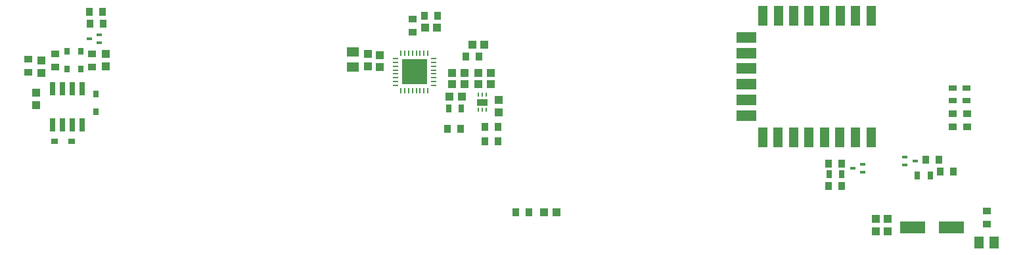
<source format=gtp>
G04 Layer_Color=8421504*
%FSLAX24Y24*%
%MOIN*%
G70*
G01*
G75*
%ADD10R,0.0098X0.0236*%
%ADD11R,0.0354X0.0394*%
%ADD12R,0.0394X0.0354*%
%ADD13R,0.0394X0.0394*%
%ADD14R,0.0394X0.0394*%
%ADD15R,0.0450X0.1000*%
%ADD16R,0.1000X0.0550*%
%ADD17R,0.1299X0.1299*%
%ADD18O,0.0276X0.0098*%
%ADD19O,0.0098X0.0276*%
%ADD20R,0.0472X0.0630*%
%ADD21R,0.0630X0.0472*%
%ADD22R,0.0394X0.0315*%
%ADD23R,0.0315X0.0394*%
%ADD24R,0.0335X0.0315*%
%ADD25R,0.0315X0.0335*%
%ADD26R,0.0276X0.0157*%
%ADD27R,0.0283X0.0701*%
%ADD28R,0.1260X0.0630*%
%ADD37R,0.0571X0.0354*%
D10*
X23425Y8091D02*
D03*
X23622D02*
D03*
X23819D02*
D03*
Y7343D02*
D03*
X23622D02*
D03*
X23425D02*
D03*
D11*
X21870Y6378D02*
D03*
X22539D02*
D03*
X4370Y12303D02*
D03*
X3701D02*
D03*
X3720Y11693D02*
D03*
X4390D02*
D03*
X46122Y4803D02*
D03*
X46791D02*
D03*
X25335Y2126D02*
D03*
X26004D02*
D03*
X41870Y3465D02*
D03*
X41201D02*
D03*
X41870Y4606D02*
D03*
X41201D02*
D03*
X21358Y12087D02*
D03*
X20689D02*
D03*
X23465Y10039D02*
D03*
X22795D02*
D03*
X47539Y4213D02*
D03*
X46870D02*
D03*
X24429Y6457D02*
D03*
X23760D02*
D03*
Y5748D02*
D03*
X24429D02*
D03*
D12*
X49213Y2205D02*
D03*
Y1535D02*
D03*
X3839Y9508D02*
D03*
Y10177D02*
D03*
X48228Y7146D02*
D03*
Y6476D02*
D03*
X47480Y7146D02*
D03*
Y6476D02*
D03*
X20079Y11280D02*
D03*
Y11949D02*
D03*
X1969Y10177D02*
D03*
Y9508D02*
D03*
X591Y9232D02*
D03*
Y9902D02*
D03*
D13*
X21339Y11496D02*
D03*
X20709D02*
D03*
X23425Y8622D02*
D03*
X24055D02*
D03*
X23425Y9213D02*
D03*
X24055D02*
D03*
X27402Y2126D02*
D03*
X26772D02*
D03*
X23110Y10630D02*
D03*
X23740D02*
D03*
X21969Y7992D02*
D03*
X22598D02*
D03*
X22087Y9213D02*
D03*
X22717D02*
D03*
X22087Y8622D02*
D03*
X22717D02*
D03*
D14*
X17835Y9528D02*
D03*
Y10157D02*
D03*
X1260Y9213D02*
D03*
Y9843D02*
D03*
X4528Y9528D02*
D03*
Y10157D02*
D03*
X24449Y7205D02*
D03*
Y7835D02*
D03*
X43602Y1161D02*
D03*
Y1791D02*
D03*
X984Y7559D02*
D03*
Y8189D02*
D03*
X44193Y1161D02*
D03*
Y1791D02*
D03*
X18425Y10118D02*
D03*
Y9488D02*
D03*
D15*
X40202Y12085D02*
D03*
X41002D02*
D03*
X41782D02*
D03*
X42572D02*
D03*
X43352D02*
D03*
X39422D02*
D03*
X38642D02*
D03*
X37852D02*
D03*
X37842Y5935D02*
D03*
X38632D02*
D03*
X39412D02*
D03*
X40202Y5945D02*
D03*
X40992D02*
D03*
X41772D02*
D03*
X42572D02*
D03*
X43352D02*
D03*
D16*
X37032Y10985D02*
D03*
Y10205D02*
D03*
Y9425D02*
D03*
Y8625D02*
D03*
Y7845D02*
D03*
Y7045D02*
D03*
D17*
X20177Y9252D02*
D03*
D18*
X19213Y9941D02*
D03*
Y9744D02*
D03*
Y9547D02*
D03*
Y9350D02*
D03*
Y9154D02*
D03*
Y8957D02*
D03*
Y8760D02*
D03*
Y8563D02*
D03*
X21142D02*
D03*
Y8760D02*
D03*
Y8957D02*
D03*
Y9154D02*
D03*
Y9350D02*
D03*
Y9547D02*
D03*
Y9744D02*
D03*
Y9941D02*
D03*
D19*
X19488Y8287D02*
D03*
X19685D02*
D03*
X19882D02*
D03*
X20079D02*
D03*
X20276D02*
D03*
X20472D02*
D03*
X20669D02*
D03*
X20866D02*
D03*
Y10217D02*
D03*
X20669D02*
D03*
X20472D02*
D03*
X20276D02*
D03*
X20079D02*
D03*
X19882D02*
D03*
X19685D02*
D03*
X19488D02*
D03*
D20*
X48840Y591D02*
D03*
X49585D02*
D03*
D21*
X17047Y10254D02*
D03*
Y9509D02*
D03*
D22*
X47480Y7785D02*
D03*
Y8435D02*
D03*
X48189Y7785D02*
D03*
Y8435D02*
D03*
D23*
X45699Y4016D02*
D03*
X46348D02*
D03*
X41860Y4055D02*
D03*
X41211D02*
D03*
X22569Y7402D02*
D03*
X21919D02*
D03*
D24*
X2805Y5728D02*
D03*
X1919D02*
D03*
D25*
X2559Y10285D02*
D03*
Y9400D02*
D03*
X3248Y9400D02*
D03*
Y10285D02*
D03*
X4035Y8120D02*
D03*
Y7234D02*
D03*
D26*
X3681Y10945D02*
D03*
X4193Y11145D02*
D03*
Y10745D02*
D03*
X45581Y4744D02*
D03*
X45069Y4544D02*
D03*
Y4944D02*
D03*
X42421Y4370D02*
D03*
X42933Y4570D02*
D03*
Y4170D02*
D03*
D27*
X2809Y8402D02*
D03*
X3309D02*
D03*
X1809D02*
D03*
X2309D02*
D03*
X3309Y6559D02*
D03*
X1809D02*
D03*
X2309D02*
D03*
X2809D02*
D03*
D28*
X47441Y1378D02*
D03*
X45472D02*
D03*
D37*
X23622Y7717D02*
D03*
M02*

</source>
